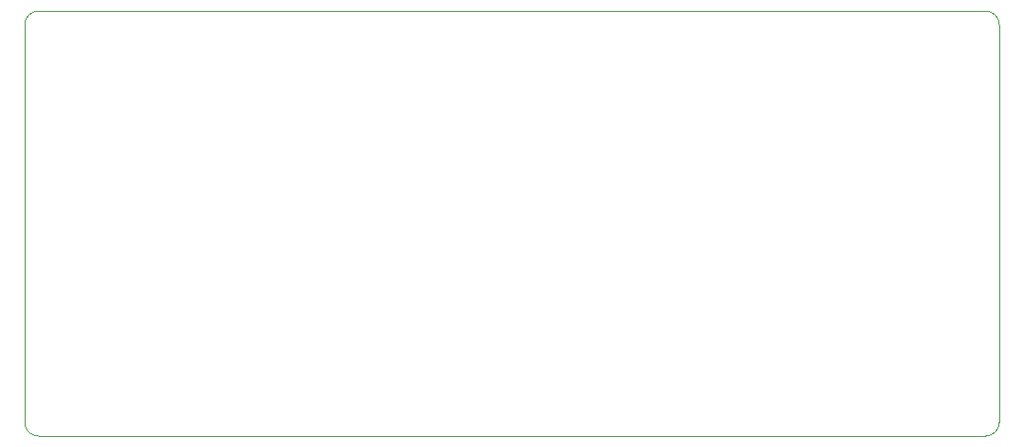
<source format=gbr>
G04 #@! TF.GenerationSoftware,KiCad,Pcbnew,(5.1.4)-1*
G04 #@! TF.CreationDate,2019-08-25T22:56:09+01:00*
G04 #@! TF.ProjectId,pcb,7063622e-6b69-4636-9164-5f7063625858,rev?*
G04 #@! TF.SameCoordinates,Original*
G04 #@! TF.FileFunction,Profile,NP*
%FSLAX46Y46*%
G04 Gerber Fmt 4.6, Leading zero omitted, Abs format (unit mm)*
G04 Created by KiCad (PCBNEW (5.1.4)-1) date 2019-08-25 22:56:09*
%MOMM*%
%LPD*%
G04 APERTURE LIST*
%ADD10C,0.050000*%
G04 APERTURE END LIST*
D10*
X125730000Y-96520000D02*
X125730000Y-99060000D01*
X121920000Y-100330000D02*
X124460000Y-100330000D01*
X125730000Y-99060000D02*
G75*
G02X124460000Y-100330000I-1270000J0D01*
G01*
X125730000Y-62230000D02*
X125730000Y-96520000D01*
X36830000Y-100330000D02*
X121920000Y-100330000D01*
X35560000Y-62230000D02*
X35560000Y-99060000D01*
X36830000Y-60960000D02*
X124460000Y-60960000D01*
X35560000Y-62230000D02*
G75*
G02X36830000Y-60960000I1270000J0D01*
G01*
X124460000Y-60960000D02*
G75*
G02X125730000Y-62230000I0J-1270000D01*
G01*
X36830000Y-100330000D02*
G75*
G02X35560000Y-99060000I0J1270000D01*
G01*
M02*

</source>
